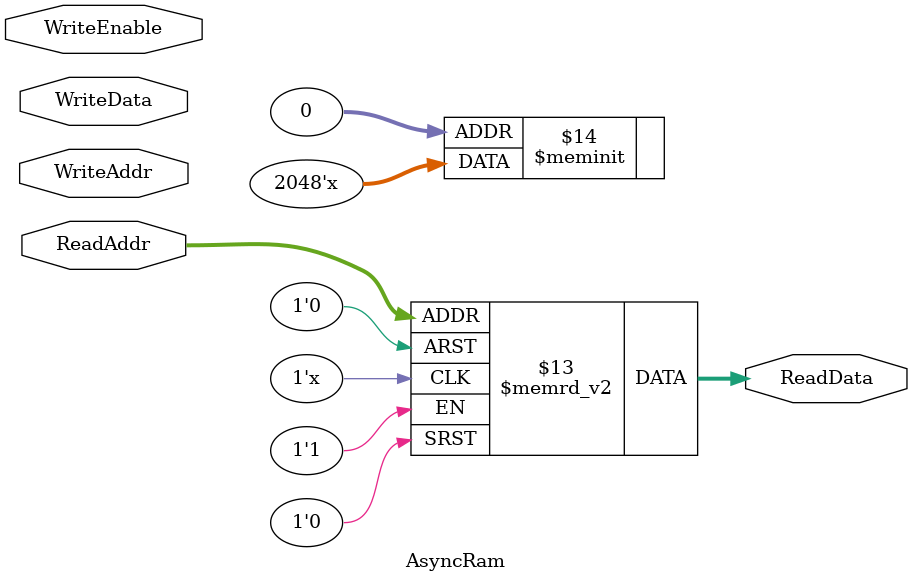
<source format=v>

/*Asynchronous RAM module for simulation, similar in interface with Syncronous RAM
*/
module AsyncRam(
	//WriteFlag
	WriteEnable,
	//Adress/Data register
	ReadAddr,
	WriteAddr,
	WriteData,
	ReadData
);	
	input wire WriteEnable;

	parameter WORD_WIDTH = 8;
	parameter ADDR_WIDTH = 8;
	`define RAM_DEPTH (1 << ADDR_WIDTH)
	
	input wire	[ ADDR_WIDTH-1:0 ] ReadAddr;
	input wire	[ ADDR_WIDTH-1:0 ] WriteAddr;
	input wire	[ WORD_WIDTH-1:0 ] WriteData;
	output reg	[ WORD_WIDTH-1:0 ] ReadData;
		
	//Actual variable containing memory array
	reg [ WORD_WIDTH-1:0 ] data [ 0:`RAM_DEPTH ];
	
	//Note that overall simulation performance depends on this sensivity list
	//Syncronous read/write
	always @(ReadAddr or WriteAddr or WriteEnable) begin
		//Read data every clock
		ReadData <= data[ ReadAddr ];
		//Write data only if WriteEnable flag is set
		if (WriteEnable) begin
			data[ WriteAddr ] <= WriteData;
		end
	end
endmodule
</source>
